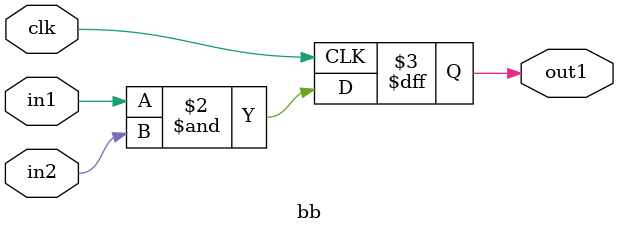
<source format=v>
module top
(
 input x,
 input y,
 input cin,

 output reg A,
 output reg cout
 );

 wire bb_out;

 initial begin
    A = 0;
    cout = 0;
 end

`ifndef BUG
always @(posedge x) begin
    A <=  y + cin;
end
always @(negedge x) begin
    cout <=  y + A;
end
`else
assign {cout,A} =  cin - y * x;
`endif

bb ubb (cin,y,x,bb_out);

endmodule

(* black_box *) module bb(in1, in2, clk, out1);
 input in1;
 input in2;
 input clk;
  output reg out1;

 always @(posedge clk)
	out1 <= in1 & in2;
endmodule

</source>
